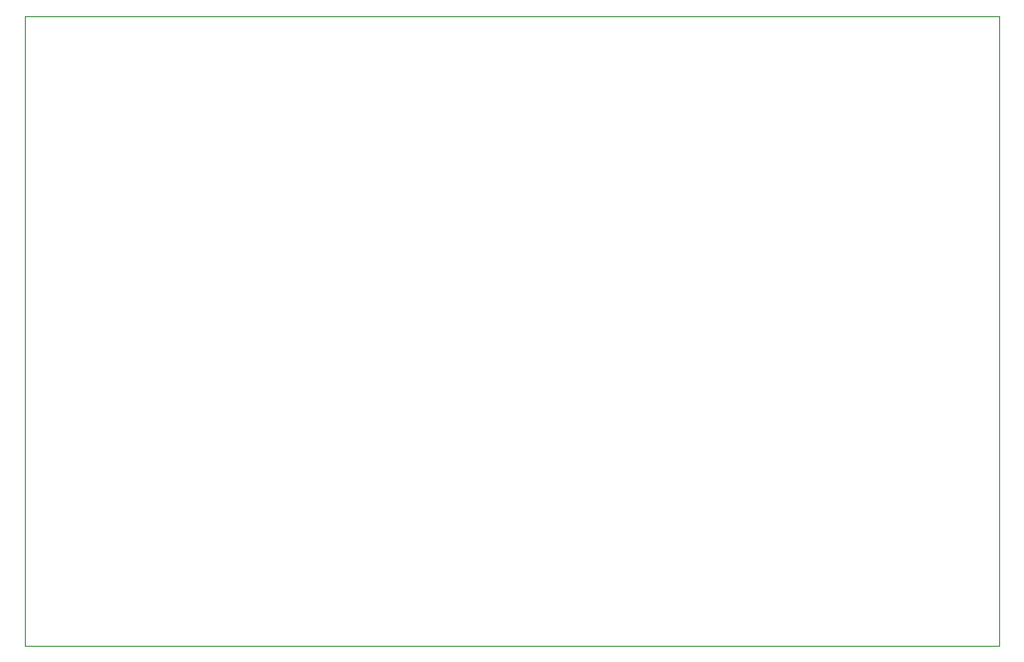
<source format=gm1>
%TF.GenerationSoftware,KiCad,Pcbnew,7.0.8*%
%TF.CreationDate,2023-11-16T15:54:21-08:00*%
%TF.ProjectId,wifi_pc_power_switch,77696669-5f70-4635-9f70-6f7765725f73,rev?*%
%TF.SameCoordinates,Original*%
%TF.FileFunction,Profile,NP*%
%FSLAX46Y46*%
G04 Gerber Fmt 4.6, Leading zero omitted, Abs format (unit mm)*
G04 Created by KiCad (PCBNEW 7.0.8) date 2023-11-16 15:54:21*
%MOMM*%
%LPD*%
G01*
G04 APERTURE LIST*
%TA.AperFunction,Profile*%
%ADD10C,0.100000*%
%TD*%
G04 APERTURE END LIST*
D10*
X132080000Y-75184000D02*
X218440000Y-75184000D01*
X218440000Y-131064000D01*
X132080000Y-131064000D01*
X132080000Y-75184000D01*
M02*

</source>
